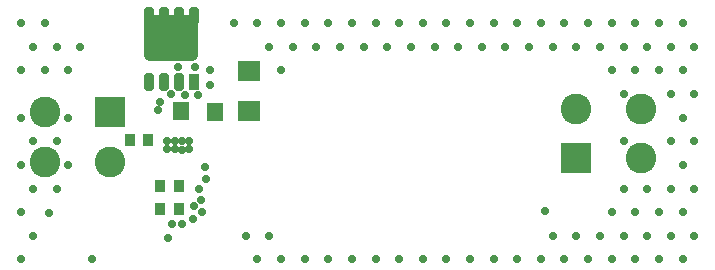
<source format=gbs>
G04*
G04 #@! TF.GenerationSoftware,Altium Limited,Altium Designer,19.1.6 (110)*
G04*
G04 Layer_Color=16711935*
%FSLAX43Y43*%
%MOMM*%
G71*
G01*
G75*
%ADD16R,1.900X1.800*%
%ADD24R,0.950X1.000*%
%ADD28C,2.600*%
%ADD29R,2.600X2.600*%
%ADD30C,0.700*%
%ADD52R,0.810X1.472*%
G04:AMPARAMS|DCode=53|XSize=0.81mm|YSize=1.472mm|CornerRadius=0.139mm|HoleSize=0mm|Usage=FLASHONLY|Rotation=0.000|XOffset=0mm|YOffset=0mm|HoleType=Round|Shape=RoundedRectangle|*
%AMROUNDEDRECTD53*
21,1,0.810,1.195,0,0,0.0*
21,1,0.532,1.472,0,0,0.0*
1,1,0.278,0.266,-0.597*
1,1,0.278,-0.266,-0.597*
1,1,0.278,-0.266,0.597*
1,1,0.278,0.266,0.597*
%
%ADD53ROUNDEDRECTD53*%
G04:AMPARAMS|DCode=54|XSize=4.62mm|YSize=3.95mm|CornerRadius=0.531mm|HoleSize=0mm|Usage=FLASHONLY|Rotation=0.000|XOffset=0mm|YOffset=0mm|HoleType=Round|Shape=RoundedRectangle|*
%AMROUNDEDRECTD54*
21,1,4.620,2.888,0,0,0.0*
21,1,3.558,3.950,0,0,0.0*
1,1,1.063,1.779,-1.444*
1,1,1.063,-1.779,-1.444*
1,1,1.063,-1.779,1.444*
1,1,1.063,1.779,1.444*
%
%ADD54ROUNDEDRECTD54*%
%ADD55R,1.400X1.500*%
D16*
X21250Y14550D02*
D03*
Y17950D02*
D03*
D24*
X13775Y6300D02*
D03*
X15325D02*
D03*
Y8200D02*
D03*
X13775D02*
D03*
X11225Y12100D02*
D03*
X12775D02*
D03*
D28*
X4000Y14450D02*
D03*
Y10250D02*
D03*
X9500D02*
D03*
X49000Y14750D02*
D03*
X54500D02*
D03*
Y10550D02*
D03*
D29*
X9500Y14450D02*
D03*
X49000Y10550D02*
D03*
D30*
X54000Y22000D02*
D03*
X16950Y15950D02*
D03*
X15900D02*
D03*
X14700Y16025D02*
D03*
X15250Y18300D02*
D03*
X16675Y18325D02*
D03*
X17250Y7025D02*
D03*
X17275Y6050D02*
D03*
X16600Y6525D02*
D03*
X16575Y5450D02*
D03*
X15625Y4975D02*
D03*
X14800Y5000D02*
D03*
X13550Y14625D02*
D03*
X17975Y16800D02*
D03*
X13775Y15300D02*
D03*
X14375Y11325D02*
D03*
Y12000D02*
D03*
X16250Y11375D02*
D03*
Y12000D02*
D03*
X15625Y11300D02*
D03*
Y12000D02*
D03*
X15000Y11325D02*
D03*
X58000Y22000D02*
D03*
X59000Y20000D02*
D03*
X58000Y18000D02*
D03*
X59000Y16000D02*
D03*
X58000Y14000D02*
D03*
X59000Y12000D02*
D03*
X58000Y10000D02*
D03*
X59000Y8000D02*
D03*
X58000Y6000D02*
D03*
X59000Y4000D02*
D03*
X58000Y2000D02*
D03*
X56000Y22000D02*
D03*
X57000Y20000D02*
D03*
X56000Y18000D02*
D03*
X57000Y16000D02*
D03*
Y12000D02*
D03*
Y8000D02*
D03*
X56000Y6000D02*
D03*
X57000Y4000D02*
D03*
X56000Y2000D02*
D03*
X55000Y20000D02*
D03*
X54000Y18000D02*
D03*
X55000Y8000D02*
D03*
X54000Y6000D02*
D03*
X55000Y4000D02*
D03*
X54000Y2000D02*
D03*
X52000Y22000D02*
D03*
X53000Y20000D02*
D03*
X52000Y18000D02*
D03*
X53000Y16000D02*
D03*
Y12000D02*
D03*
Y8000D02*
D03*
X52000Y6000D02*
D03*
X53000Y4000D02*
D03*
X52000Y2000D02*
D03*
X50000Y22000D02*
D03*
X51000Y20000D02*
D03*
Y4000D02*
D03*
X50000Y2000D02*
D03*
X48000Y22000D02*
D03*
X49000Y20000D02*
D03*
Y4000D02*
D03*
X48000Y2000D02*
D03*
X46000Y22000D02*
D03*
X47000Y20000D02*
D03*
Y4000D02*
D03*
X46000Y2000D02*
D03*
X44000Y22000D02*
D03*
X45000Y20000D02*
D03*
X44000Y2000D02*
D03*
X42000Y22000D02*
D03*
X43000Y20000D02*
D03*
X42000Y2000D02*
D03*
X40000Y22000D02*
D03*
X41000Y20000D02*
D03*
X40000Y2000D02*
D03*
X38000Y22000D02*
D03*
X39000Y20000D02*
D03*
X38000Y2000D02*
D03*
X36000Y22000D02*
D03*
X37000Y20000D02*
D03*
X36000Y2000D02*
D03*
X34000Y22000D02*
D03*
X35000Y20000D02*
D03*
X34000Y2000D02*
D03*
X32000Y22000D02*
D03*
X33000Y20000D02*
D03*
X32000Y2000D02*
D03*
X30000Y22000D02*
D03*
X31000Y20000D02*
D03*
X30000Y2000D02*
D03*
X28000Y22000D02*
D03*
X29000Y20000D02*
D03*
X28000Y2000D02*
D03*
X26000Y22000D02*
D03*
X27000Y20000D02*
D03*
X26000Y2000D02*
D03*
X24000Y22000D02*
D03*
X25000Y20000D02*
D03*
X24000Y18000D02*
D03*
Y2000D02*
D03*
X22000Y22000D02*
D03*
X23000Y20000D02*
D03*
Y4000D02*
D03*
X22000Y2000D02*
D03*
X20000Y22000D02*
D03*
X21000Y4000D02*
D03*
X18000Y18000D02*
D03*
X15000Y12000D02*
D03*
X8000Y2000D02*
D03*
X7000Y20000D02*
D03*
X6000Y18000D02*
D03*
Y14000D02*
D03*
Y10000D02*
D03*
X4000Y22000D02*
D03*
X5000Y20000D02*
D03*
X4000Y18000D02*
D03*
X5000Y12000D02*
D03*
Y8000D02*
D03*
X2000Y22000D02*
D03*
X3000Y20000D02*
D03*
X2000Y18000D02*
D03*
Y14000D02*
D03*
X3000Y12000D02*
D03*
X2000Y10000D02*
D03*
X3000Y8000D02*
D03*
X2000Y6000D02*
D03*
X3000Y4000D02*
D03*
X2000Y2000D02*
D03*
X11225Y12100D02*
D03*
X14400Y3850D02*
D03*
X17650Y8800D02*
D03*
X4350Y5950D02*
D03*
X17550Y9800D02*
D03*
X17050Y8000D02*
D03*
X46350Y6100D02*
D03*
D52*
X16605Y17030D02*
D03*
D53*
X15335D02*
D03*
X14065D02*
D03*
X12795D02*
D03*
X16605Y22570D02*
D03*
X15335D02*
D03*
X14065D02*
D03*
X12795D02*
D03*
D54*
X14700Y20750D02*
D03*
D55*
X18450Y14500D02*
D03*
X15550Y14550D02*
D03*
M02*

</source>
